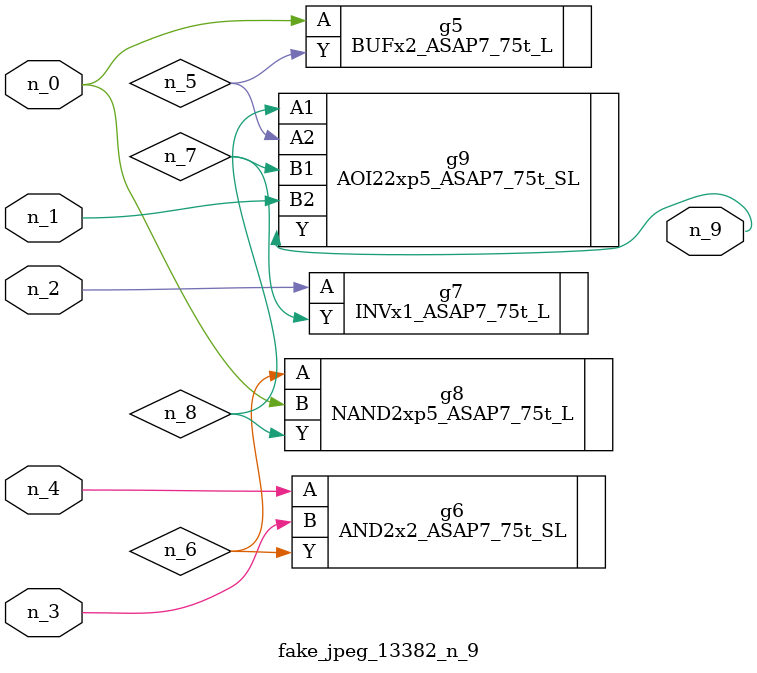
<source format=v>
module fake_jpeg_13382_n_9 (n_3, n_2, n_1, n_0, n_4, n_9);

input n_3;
input n_2;
input n_1;
input n_0;
input n_4;

output n_9;

wire n_8;
wire n_6;
wire n_5;
wire n_7;

BUFx2_ASAP7_75t_L g5 ( 
.A(n_0),
.Y(n_5)
);

AND2x2_ASAP7_75t_SL g6 ( 
.A(n_4),
.B(n_3),
.Y(n_6)
);

INVx1_ASAP7_75t_L g7 ( 
.A(n_2),
.Y(n_7)
);

NAND2xp5_ASAP7_75t_L g8 ( 
.A(n_6),
.B(n_0),
.Y(n_8)
);

AOI22xp5_ASAP7_75t_SL g9 ( 
.A1(n_8),
.A2(n_5),
.B1(n_7),
.B2(n_1),
.Y(n_9)
);


endmodule
</source>
